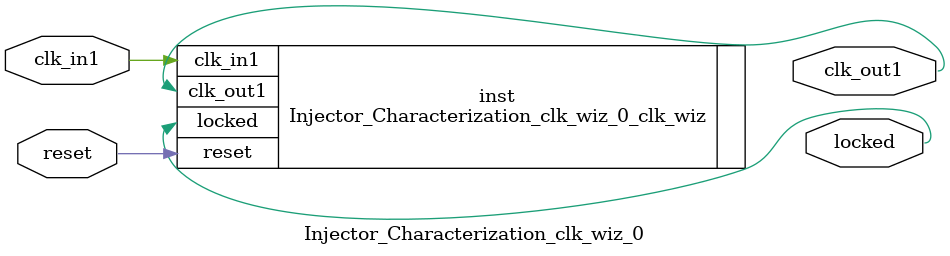
<source format=v>


`timescale 1ps/1ps

(* CORE_GENERATION_INFO = "Injector_Characterization_clk_wiz_0,clk_wiz_v6_0_1_0_0,{component_name=Injector_Characterization_clk_wiz_0,use_phase_alignment=true,use_min_o_jitter=false,use_max_i_jitter=false,use_dyn_phase_shift=false,use_inclk_switchover=false,use_dyn_reconfig=false,enable_axi=0,feedback_source=FDBK_AUTO,PRIMITIVE=MMCM,num_out_clk=1,clkin1_period=8.000,clkin2_period=10.000,use_power_down=false,use_reset=true,use_locked=true,use_inclk_stopped=false,feedback_type=SINGLE,CLOCK_MGR_TYPE=NA,manual_override=false}" *)

module Injector_Characterization_clk_wiz_0 
 (
  // Clock out ports
  output        clk_out1,
  // Status and control signals
  input         reset,
  output        locked,
 // Clock in ports
  input         clk_in1
 );

  Injector_Characterization_clk_wiz_0_clk_wiz inst
  (
  // Clock out ports  
  .clk_out1(clk_out1),
  // Status and control signals               
  .reset(reset), 
  .locked(locked),
 // Clock in ports
  .clk_in1(clk_in1)
  );

endmodule

</source>
